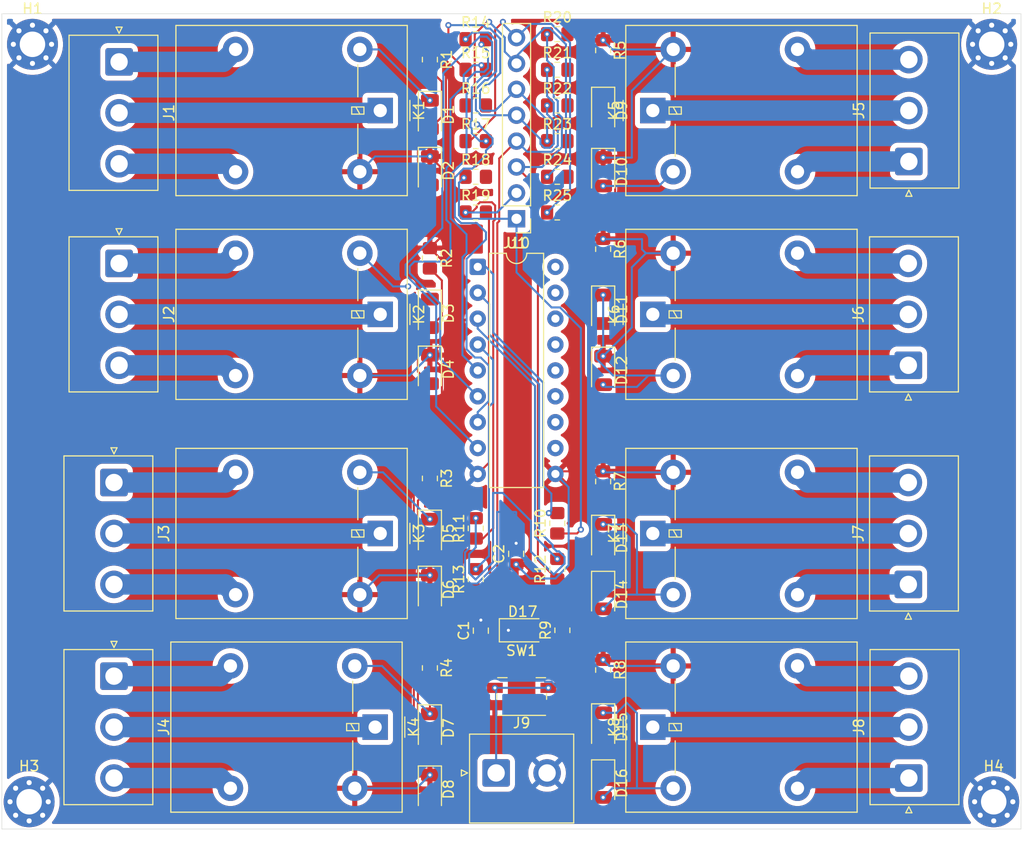
<source format=kicad_pcb>
(kicad_pcb (version 20241229) (generator "pcbnew") (generator_version "9.0")
  (layers (0 "F.Cu" signal) (2 "B.Cu" signal) (13 "F.Paste" user) (15 "B.Paste" user) (5 "F.SilkS" user "F.Silkscreen") (7 "B.SilkS" user "B.Silkscreen") (1 "F.Mask" user) (3 "B.Mask" user) (25 "Edge.Cuts" user))
  (net 0 "")
  (net 1 "VCC")
  (net 2 "GND")
  (net 3 "Net-(D1-K)")
  (net 4 "Net-(D1-A)")
  (net 5 "Net-(D3-K)")
  (net 6 "Net-(D3-A)")
  (net 7 "Net-(D5-K)")
  (net 8 "Net-(D5-A)")
  (net 9 "Net-(D7-K)")
  (net 10 "Net-(D7-A)")
  (net 11 "Net-(D10-A)")
  (net 12 "Net-(D9-A)")
  (net 13 "Net-(D11-A)")
  (net 14 "Net-(D11-K)")
  (net 15 "Net-(D13-K)")
  (net 16 "Net-(D13-A)")
  (net 17 "Net-(D15-A)")
  (net 18 "Net-(D15-K)")
  (net 19 "Net-(D17-A)")
  (net 20 "Net-(J1-Pin_1)")
  (net 21 "Net-(J1-Pin_3)")
  (net 22 "Net-(J1-Pin_2)")
  (net 23 "Net-(J2-Pin_2)")
  (net 24 "Net-(J2-Pin_1)")
  (net 25 "Net-(J2-Pin_3)")
  (net 26 "Net-(J3-Pin_3)")
  (net 27 "Net-(J3-Pin_2)")
  (net 28 "Net-(J3-Pin_1)")
  (net 29 "Net-(J4-Pin_1)")
  (net 30 "Net-(J4-Pin_3)")
  (net 31 "Net-(J4-Pin_2)")
  (net 32 "Net-(J5-Pin_3)")
  (net 33 "Net-(J5-Pin_1)")
  (net 34 "Net-(J5-Pin_2)")
  (net 35 "Net-(J6-Pin_3)")
  (net 36 "Net-(J6-Pin_1)")
  (net 37 "Net-(J6-Pin_2)")
  (net 38 "Net-(J7-Pin_2)")
  (net 39 "Net-(J7-Pin_3)")
  (net 40 "Net-(J7-Pin_1)")
  (net 41 "Net-(J8-Pin_2)")
  (net 42 "Net-(J8-Pin_3)")
  (net 43 "Net-(J8-Pin_1)")
  (net 44 "Net-(J9-Pin_1)")
  (net 45 "Net-(J10-Pin_6)")
  (net 46 "Net-(J10-Pin_3)")
  (net 47 "Net-(J10-Pin_2)")
  (net 48 "Net-(J10-Pin_1)")
  (net 49 "Net-(J10-Pin_8)")
  (net 50 "Net-(J10-Pin_5)")
  (net 51 "Net-(J10-Pin_7)")
  (net 52 "Net-(J10-Pin_4)")
  (net 53 "Net-(U1-I1)")
  (net 54 "Net-(U1-I2)")
  (net 55 "Net-(U1-I3)")
  (net 56 "Net-(U1-I4)")
  (net 57 "Net-(U1-I5)")
  (net 58 "Net-(U1-I6)")
  (net 59 "Net-(U1-I7)")
  (net 60 "Net-(U1-I8)")
  (footprint "MountingHole:MountingHole_2.5mm_Pad_Via" (layer "F.Cu") (at 196.010825 136.705825)
    (property "Reference" "H4")
    (property "Value" "~")
  )
  (footprint "LED_SMD:LED_1206_3216Metric" (layer "F.Cu") (at 140.685 69.28 -90)
    (property "Reference" "D1")
    (property "Value" "LED")
  )
  (footprint "Resistor_SMD:R_0805_2012Metric_Pad1.20x1.40mm_HandSolder" (layer "F.Cu") (at 153.185 75.38)
    (property "Reference" "R24")
    (property "Value" "10k")
  )
  (footprint "Connector_JST:JST_NV_B03P-NV_1x03_P5.00mm_Vertical" (layer "F.Cu") (at 187.635 93.88 90)
    (property "Reference" "J6")
    (property "Value" "~")
  )
  (footprint "Relay_THT:Relay_SPDT_Omron-G5LE-1" (layer "F.Cu") (at 162.5575 129.38 90)
    (property "Reference" "K8")
    (property "Value" "G5LE-1")
  )
  (footprint "LED_SMD:LED_1206_3216Metric" (layer "F.Cu") (at 140.685 110.38 -90)
    (property "Reference" "D5")
    (property "Value" "LED")
  )
  (footprint "Diode_SMD:D_1206_3216Metric" (layer "F.Cu") (at 140.685 115.88 -90)
    (property "Reference" "D6")
    (property "Value" "D")
  )
  (footprint "LED_SMD:LED_1206_3216Metric" (layer "F.Cu") (at 157.685 88.38 -90)
    (property "Reference" "D11")
    (property "Value" "LED")
  )
  (footprint "Resistor_SMD:R_0805_2012Metric_Pad1.20x1.40mm_HandSolder" (layer "F.Cu") (at 153.185 113.88 90)
    (property "Reference" "R12")
    (property "Value" "10k")
  )
  (footprint "LED_SMD:LED_1206_3216Metric" (layer "F.Cu") (at 140.685 88.78 -90)
    (property "Reference" "D3")
    (property "Value" "LED")
  )
  (footprint "Connector_JST:JST_NV_B03P-NV_1x03_P5.00mm_Vertical" (layer "F.Cu") (at 187.635 115.38 90)
    (property "Reference" "J7")
    (property "Value" "~")
  )
  (footprint "Resistor_SMD:R_0805_2012Metric_Pad1.20x1.40mm_HandSolder" (layer "F.Cu") (at 145.185 68.38)
    (property "Reference" "R16")
    (property "Value" "10k")
  )
  (footprint "LED_SMD:LED_1206_3216Metric" (layer "F.Cu") (at 140.685 129.48 -90)
    (property "Reference" "D7")
    (property "Value" "LED")
  )
  (footprint "Resistor_SMD:R_0805_2012Metric_Pad1.20x1.40mm_HandSolder" (layer "F.Cu") (at 145.185 61.88)
    (property "Reference" "R14")
    (property "Value" "10k" (hide yes))
  )
  (footprint "MountingHole:MountingHole_2.5mm_Pad_Via" (layer "F.Cu") (at 101.359175 136.705825)
    (property "Reference" "H3")
    (property "Value" "~")
  )
  (footprint "Resistor_SMD:R_0805_2012Metric_Pad1.20x1.40mm_HandSolder" (layer "F.Cu") (at 140.685 83.38 -90)
    (property "Reference" "R2")
    (property "Value" "680E")
  )
  (footprint "MountingHole:MountingHole_2.5mm_Pad_Via" (layer "F.Cu") (at 195.81 62.38)
    (property "Reference" "H2")
    (property "Value" "~")
  )
  (footprint "Capacitor_SMD:C_0805_2012Metric_Pad1.18x1.45mm_HandSolder" (layer "F.Cu") (at 149.1475 112.38 90)
    (property "Reference" "C2")
    (property "Value" "100nF")
  )
  (footprint "Connector_JST:JST_NV_B03P-NV_1x03_P5.00mm_Vertical" (layer "F.Cu") (at 109.685 105.38 -90)
    (property "Reference" "J3")
    (property "Value" "~")
  )
  (footprint "Resistor_SMD:R_0805_2012Metric_Pad1.20x1.40mm_HandSolder" (layer "F.Cu") (at 145.185 78.88)
    (property "Reference" "R19")
    (property "Value" "10k")
  )
  (footprint "Resistor_SMD:R_0805_2012Metric_Pad1.20x1.40mm_HandSolder" (layer "F.Cu") (at 157.685 123.78 -90)
    (property "Reference" "R8")
    (property "Value" "680E")
  )
  (footprint "Relay_THT:Relay_SPDT_Omron-G5LE-1" (layer "F.Cu") (at 135.8125 68.88 -90)
    (property "Reference" "K1")
    (property "Value" "G5LE-1")
  )
  (footprint "Diode_SMD:D_1206_3216Metric" (layer "F.Cu") (at 157.685 116.38 -90)
    (property "Reference" "D14")
    (property "Value" "D")
  )
  (footprint "LED_SMD:LED_1206_3216Metric" (layer "F.Cu") (at 157.685 68.88 -90)
    (property "Reference" "D9")
    (property "Value" "LED")
  )
  (footprint "Resistor_SMD:R_0805_2012Metric_Pad1.20x1.40mm_HandSolder" (layer "F.Cu") (at 153.185 61.38)
    (property "Reference" "R20")
    (property "Value" "10k")
  )
  (footprint "Connector_JST:JST_NV_B03P-NV_1x03_P5.00mm_Vertical" (layer "F.Cu") (at 110.185 64.1025 -90)
    (property "Reference" "J1")
    (property "Value" "~")
  )
  (footprint "Package_DIP:DIP-18_W7.62mm" (layer "F.Cu") (at 145.38 84.22)
    (property "Reference" "U1")
    (property "Value" "ULN2803A")
  )
  (footprint "Resistor_SMD:R_0805_2012Metric_Pad1.20x1.40mm_HandSolder" (layer "F.Cu") (at 153.185 71.88)
    (property "Reference" "R23")
    (property "Value" "10k")
  )
  (footprint "LED_SMD:LED_1206_3216Metric" (layer "F.Cu") (at 149.785 119.88)
    (property "Reference" "D17")
    (property "Value" "LED")
  )
  (footprint "Resistor_SMD:R_0805_2012Metric_Pad1.20x1.40mm_HandSolder" (layer "F.Cu") (at 145.185 109.88 90)
    (property "Reference" "R11")
    (property "Value" "10k")
  )
  (footprint "Resistor_SMD:R_0805_2012Metric_Pad1.20x1.40mm_HandSolder" (layer "F.Cu") (at 145.185 71.88)
    (property "Reference" "R17")
    (property "Value" "10k")
  )
  (footprint "Capacitor_SMD:C_0805_2012Metric_Pad1.18x1.45mm_HandSolder" (layer "F.Cu") (at 145.685 119.9175 90)
    (property "Reference" "C1")
    (property "Value" "100nF")
  )
  (footprint "Resistor_SMD:R_0805_2012Metric_Pad1.20x1.40mm_HandSolder" (layer "F.Cu") (at 145.185 64.88)
    (property "Reference" "R15")
    (property "Value" "10k")
  )
  (footprint "Resistor_SMD:R_0805_2012Metric_Pad1.20x1.40mm_HandSolder" (layer "F.Cu") (at 157.685 105.28 -90)
    (property "Reference" "R7")
    (property "Value" "680E")
  )
  (footprint "Connector_JST:JST_NV_B03P-NV_1x03_P5.00mm_Vertical" (layer "F.Cu") (at 187.685 134.38 90)
    (property "Reference" "J8")
    (property "Value" "~")
  )
  (footprint "LED_SMD:LED_1206_3216Metric" (layer "F.Cu") (at 157.685 110.88 -90)
    (property "Reference" "D13")
    (property "Value" "LED")
  )
  (footprint "Relay_THT:Relay_SPDT_Omron-G5LE-1" (layer "F.Cu") (at 162.5575 88.88 90)
    (property "Reference" "K6")
    (property "Value" "G5LE-1")
  )
  (footprint "Relay_THT:Relay_SPDT_Omron-G5LE-1" (layer "F.Cu") (at 162.5575 110.38 90)
    (property "Reference" "K7")
    (property "Value" "G5LE-1")
  )
  (footprint "Diode_SMD:D_1206_3216Metric" (layer "F.Cu") (at 140.685 94.28 -90)
    (property "Reference" "D4")
    (property "Value" "D")
  )
  (footprint "Resistor_SMD:R_0805_2012Metric_Pad1.20x1.40mm_HandSolder" (layer "F.Cu") (at 145.185 114.88 90)
    (property "Reference" "R13")
    (property "Value" "10k")
  )
  (footprint "Resistor_SMD:R_0805_2012Metric_Pad1.20x1.40mm_HandSolder" (layer "F.Cu") (at 157.685 62.98 -90)
    (property "Reference" "R5")
    (property "Value" "680E")
  )
  (footprint "MountingHole:MountingHole_2.5mm_Pad_Via" (layer "F.Cu") (at 101.685 62.38)
    (property "Reference" "H1")
    (property "Value" "~")
  )
  (footprint "Diode_SMD:D_1206_3216Metric" (layer "F.Cu") (at 140.685 74.78 -90)
    (property "Reference" "D2")
    (property "Value" "D")
  )
  (footprint "Diode_SMD:D_1206_3216Metric" (layer "F.Cu") (at 157.685 74.88 -90)
    (property "Reference" "D10")
    (property "Value" "D")
  )
  (footprint "Connector_JST:JST_NV_B03P-NV_1x03_P5.00mm_Vertical" (layer "F.Cu") (at 110.185 83.88 -90)
    (property "Reference" "J2")
    (property "Value" "~")
  )
  (footprint "Relay_THT:Relay_SPDT_Omron-G5LE-1" (layer "F.Cu") (at 162.5575 68.88 90)
    (property "Reference" "K5")
    (property "Value" "G5LE-1")
  )
  (footprint "Diode_SMD:D_1206_3216Metric" (layer "F.Cu") (at 157.685 94.38 -90)
    (property "Reference" "D12")
    (property "Value" "D")
  )
  (footprint "Resistor_SMD:R_0805_2012Metric_Pad1.20x1.40mm_HandSolder" (layer "F.Cu") (at 153.185 68.38)
    (property "Reference" "R22")
    (property "Value" "10k")
  )
  (footprint "Resistor_SMD:R_0805_2012Metric_Pad1.20x1.40mm_HandSolder" (layer "F.Cu") (at 140.685 104.98 -90)
    (property "Reference" "R3")
    (property "Value" "680E")
  )
  (footprint "Resistor_SMD:R_0805_2012Metric_Pad1.20x1.40mm_HandSolder" (layer "F.Cu") (at 153.185 64.88)
    (property "Reference" "R21")
    (property "Value" "10k")
  )
  (footprint "Connector_JST:JST_NV_B03P-NV_1x03_P5.00mm_Vertical" (layer "F.Cu") (at 187.685 73.88 90)
    (property "Reference" "J5")
    (property "Value" "~")
  )
  (footprint "Connector_JST:JST_NV_B02P-NV_1x02_P5.00mm_Vertical" (layer "F.Cu") (at 147.185 133.88)
    (property "Reference" "J9")
    (property "Value" "power")
  )
  (footprint "Resistor_SMD:R_0805_2012Metric_Pad1.20x1.40mm_HandSolder" (layer "F.Cu") (at 153.185 109.38 90)
    (property "Reference" "R10")
    (property "Value" "10k")
  )
  (footprint "Resistor_SMD:R_0805_2012Metric_Pad1.20x1.40mm_HandSolder" (layer "F.Cu") (at 145.185 75.38)
    (property "Reference" "R18")
    (property "Value" "10k")
  )
  (footprint "Relay_THT:Relay_SPDT_Omron-G5LE-1" (layer "F.Cu") (at 135.8125 110.38 -90)
    (property "Reference" "K3")
    (property "Value" "G5LE-1")
  )
  (footprint "Resistor_SMD:R_0805_2012Metric_Pad1.20x1.40mm_HandSolder" (layer "F.Cu") (at 140.685 63.88 -90)
    (property "Reference" "R1")
    (property "Value" "680E")
  )
  (footprint "Diode_SMD:D_1206_3216Metric" (layer "F.Cu") (at 157.685 134.88 -90)
    (property "Reference" "D16")
    (property "Value" "D")
  )
  (footprint "Resistor_SMD:R_0805_2012Metric_Pad1.20x1.40mm_HandSolder" (layer "F.Cu") (at 153.685 119.88 90)
    (property "Reference" "R9")
    (property "Value" "680E")
  )
  (footprint "Connector_JST:JST_NV_B03P-NV_1x03_P5.00mm_Vertical" (layer "F.Cu") (at 109.685 124.38 -90)
    (property "Reference" "J4")
    (property "Value" "~")
  )
  (footprint "Relay_THT:Relay_SPDT_Omron-G5LE-1" (layer "F.Cu") (at 135.3125 129.38 -90)
    (property "Reference" "K4")
    (property "Value" "G5LE-1")
  )
  (footprint "LED_SMD:LED_1206_3216Metric" (layer "F.Cu") (at 157.685 129.38 -90)
    (property "Reference" "D15")
    (property "Value" "LED")
  )
  (footprint "Resistor_SMD:R_0805_2012Metric_Pad1.20x1.40mm_HandSolder" (layer "F.Cu") (at 153.185 78.88)
    (property "Reference" "R25")
    (property "Value" "10k")
  )
  (footprint "Diode_SMD:D_1206_3216Metric" (layer "F.Cu") (at 140.685 135.48 -90)
    (property "Reference" "D8")
    (property "Value" "D")
  )
  (footprint "Connector_PinHeader_2.54mm:PinHeader_1x08_P2.54mm_Vertical" (layer "F.Cu") (at 149.185 79.5 180)
    (property "Reference" "J10")
    (property "Value" "8 pin input")
  )
  (footprint "Button_Switch_SMD:Panasonic_EVQPUJ_EVQPUA" (layer "F.Cu") (at 149.685 126.38)
    (property "Reference" "SW1")
    (property "Value" "SW_SPST")
  )
  (footprint "Resistor_SMD:R_0805_2012Metric_Pad1.20x1.40mm_HandSolder" (layer "F.Cu") (at 157.685 82.48 -90)
    (property "Reference" "R6")
    (property "Value" "680E")
  )
  (footprint "Resistor_SMD:R_0805_2012Metric_Pad1.20x1.40mm_HandSolder" (layer "F.Cu") (at 140.685 123.58 -90)
    (property "Reference" "R4")
    (property "Value" "680E")
  )
  (footprint "Relay_THT:Relay_SPDT_Omron-G5LE-1" (layer "F.Cu") (at 135.8125 88.88 -90)
    (property "Reference" "K2")
    (property "Value" "G5LE-1")
  )
  (gr_line (start 98.685 59.38) (end 98.685 139.38) (stroke (width 0.05)) (layer "Edge.Cuts"))
  (gr_line (start 98.685 59.38) (end 198.685 59.38) (stroke (width 0.05)) (layer "Edge.Cuts"))
  (gr_line (start 198.685 59.38) (end 198.685 139.38) (stroke (width 0.05)) (layer "Edge.Cuts"))
  (gr_line (start 98.685 139.38) (end 198.685 139.38) (stroke (width 0.05)) (layer "Edge.Cuts"))
  (segment (start 152.985 120.88) (end 152.4 120.295) (width 0.2) (layer "F.Cu") (net 1))
  (segment (start 152.4 120.281) (end 152.9 119.781) (width 0.2) (layer "F.Cu") (net 1))
  (segment (start 159 102.965) (end 157.685 104.28) (width 0.2) (layer "F.Cu") (net 1))
  (segment (start 157.685 73.48) (end 158.861 74.656) (width 0.2) (layer "F.Cu") (net 1))
  (segment (start 139.985 122.58) (end 139.109 123.456) (width 0.2) (layer "F.Cu") (net 1))
  (segment (start 153.685 120.88) (end 152.985 120.88) (width 0.2) (layer "F.Cu") (net 1))
  (segment (start 139.509 121.404) (end 139.509 115.656) (width 0.2) (layer "F.Cu") (net 1))
  (segment (start 152.31 127.23) (end 147.06 127.23) (width 0.2) (layer "F.Cu") (net 1))
  (segment (start 149.8725 113.4175) (end 149.1475 113.4175) (width 0.2) (layer "F.Cu") (net 1))
  (segment (start 145.786 121.056) (end 153.509 121.056) (width 0.2) (layer "F.Cu") (net 1))
  (segment (start 139.109 123.456) (end 139.109 133.379) (width 0.2) (layer "F.Cu") (net 1))
  (segment (start 145.685 125.855) (end 145.685 120.955) (width 0.2) (layer "F.Cu") (net 1))
  (segment (start 157.685 114.98) (end 159.5 113.165) (width 0.2) (layer "F.Cu") (net 1))
  (segment (start 153.26 104.28) (end 153 104.54) (width 0.2) (layer "F.Cu") (net 1))
  (segment (start 145.685 120.955) (end 142.31 120.955) (width 0.2) (layer "F.Cu") (net 1))
  (segment (start 140.186 105.079) (end 139.99984 105.079) (width 0.2) (layer "F.Cu") (net 1))
  (segment (start 139.108 105.97084) (end 139.108 109.75626) (width 0.2) (layer "F.Cu") (net 1))
  (segment (start 139.509 114.179) (end 139.81 114.48) (width 0.2) (layer "F.Cu") (net 1))
  (segment (start 140.685 103.98) (end 140.685 104.58) (width 0.2) (layer "F.Cu") (net 1))
  (segment (start 141.56 73.38) (end 140.685 73.38) (width 0.2) (layer "F.Cu") (net 1))
  (segment (start 158.861 74.656) (end 158.861 80.304) (width 0.2) (layer "F.Cu") (net 1))
  (segment (start 157.685 92.98) (end 159 94.295) (width 0.2) (layer "F.Cu") (net 1))
  (segment (start 141.385 62.88) (end 142.261 63.756) (width 0.2) (layer "F.Cu") (net 1))
  (segment (start 147.06 127.23) (end 145.685 125.855) (width 0.2) (layer "F.Cu") (net 1))
  (segment (start 139.509 115.656) (end 140.685 114.48) (width 0.2) (layer "F.Cu") (net 1))
  (segment (start 154.686 118.29484) (end 152.4 116.00884) (width 0.2) (layer "F.Cu") (net 1))
  (segment (start 140.685 82.38) (end 144.279 85.974) (width 0.2) (layer "F.Cu") (net 1))
  (segment (start 153.685 120.88) (end 155.785 120.88) (width 0.2) (layer "F.Cu") (net 1))
  (segment (start 157.685 132.605) (end 152.31 127.23) (width 0.2) (layer "F.Cu") (net 1))
  (segment (start 154.686 119.46516) (end 154.686 118.29484) (width 0.2) (layer "F.Cu") (net 1))
  (segment (start 140.685 122.58) (end 139.985 122.58) (width 0.2) (layer "F.Cu") (net 1))
  (segment (start 152.4 115.945) (end 149.8725 113.4175) (width 0.2) (layer "F.Cu") (net 1))
  (segment (start 142.5 75.195) (end 142.5 80.565) (width 0.2) (layer "F.Cu") (net 1))
  (segment (start 152.9 119.781) (end 154.37016 119.781) (width 0.2) (layer "F.Cu") (net 1))
  (segment (start 152.4 120.295) (end 152.4 120.281) (width 0.2) (layer "F.Cu") (net 1))
  (segment (start 139.81 114.48) (end 140.685 114.48) (width 0.2) (layer "F.Cu") (net 1))
  (segment (start 157.685 133.48) (end 157.685 132.605) (width 0.2) (layer "F.Cu") (net 1))
  (segment (start 152.4 116.00884) (end 152.4 115.945) (width 0.2) (layer "F.Cu") (net 1))
  (segment (start 140.685 62.88) (end 141.385 62.88) (width 0.2) (layer "F.Cu") (net 1))
  (segment (start 142.261 72.679) (end 141.56 73.38) (width 0.2) (layer "F.Cu") (net 1))
  (segment (start 159.5 106.095) (end 157.685 104.28) (width 0.2) (layer "F.Cu") (net 1))
  (segment (start 141.861 94.056) (end 140.685 92.88) (width 0.2) (layer "F.Cu") (net 1))
  (segment (start 153.509 121.056) (end 153.685 120.88) (width 0.2) (layer "F.Cu") (net 1))
  (segment (start 139.108 109.75626) (end 139.509 110.15726) (width 0.2) (layer "F.Cu") (net 1))
  (segment (start 144.279 85.974) (end 144.279 89.286) (width 0.2) (layer "F.Cu") (net 1))
  (segment (start 141.861 102.804) (end 141.861 94.056) (width 0.2) (layer "F.Cu") (net 1))
  (segment (start 157.685 104.28) (end 153.26 104.28) (width 0.2) (layer "F.Cu") (net 1))
  (segment (start 140.685 122.58) (end 139.509 121.404) (width 0.2) (layer "F.Cu") (net 1))
  (segment (start 145.685 120.955) (end 145.786 121.056) (width 0.2) (layer "F.Cu") (net 1))
  (segment (start 155.785 120.88) (end 157.685 122.78) (width 0.2) (layer "F.Cu") (net 1))
  (segment (start 139.99984 105.079) (end 139.108 105.97084) (width 0.2) (layer "F.Cu") (net 1))
  (segment (start 159 94.295) (end 159 102.965) (width 0.2) (layer "F.Cu") (net 1))
  (segment (start 139.81 134.08) (end 140.685 134.08) (width 0.2) (layer "F.Cu") (net 1))
  (segment (start 139.509 110.15726) (end 139.509 114.179) (width 0.2) (layer "F.Cu") (net 1))
  (segment (start 140.685 73.38) (end 142.5 75.195) (width 0.2) (layer "F.Cu") (net 1))
  (segment (start 140.685 103.98) (end 141.861 102.804) (width 0.2) (layer "F.Cu") (net 1))
  (segment (start 154.37016 119.781) (end 154.686 119.46516) (width 0.2) (layer "F.Cu") (net 1))
  (segment (start 142.31 120.955) (end 140.685 122.58) (width 0.2) (layer "F.Cu") (net 1))
  (segment (start 142.261 63.756) (end 142.261 72.679) (width 0.2) (layer "F.Cu") (net 1))
  (segment (start 139.109 133.379) (end 139.81 134.08) (width 0.2) (layer "F.Cu") (net 1))
  (segment (start 140.685 104.58) (end 140.186 105.079) (width 0.2) (layer "F.Cu") (net 1))
  (segment (start 159.5 113.165) (end 159.5 106.095) (width 0.2) (layer "F.Cu") (net 1))
  (segment (start 158.861 80.304) (end 157.685 81.48) (width 0.2) (layer "F.Cu") (net 1))
  (segment (start 142.5 80.565) (end 140.685 82.38) (width 0.2) (layer "F.Cu") (net 1))
  (segment (start 144.279 89.286) (end 140.685 92.88) (width 0.2) (layer "F.Cu") (net 1))
  (via (at 149.1475 113.4175) (size 0.6) (drill 0.3) (layers "F.Cu" "B.Cu") (net 1))
  (via (at 140.685 134.08) (size 0.6) (drill 0.3) (layers "F.Cu" "B.Cu") (net 1))
  (via (at 157.685 122.78) (size 0.6) (drill 0.3) (layers "F.Cu" "B.Cu") (net 1))
  (via (at 157.685 104.28) (size 0.6) (drill 0.3) (layers "F.Cu" "B.Cu") (net 1))
  (via (at 140.685 73.38) (size 0.6) (drill 0.3) (layers "F.Cu" "B.Cu") (net 1))
  (via (at 157.685 73.48) (size 0.6) (drill 0.3) (layers "F.Cu" "B.Cu") (net 1))
  (via (at 157.685 61.98) (size 0.6) (drill 0.3) (layers "F.Cu" "B.Cu") (net 1))
  (via (at 140.685 92.88) (size 0.6) (drill 0.3) (layers "F.Cu" "B.Cu") (net 1))
  (via (at 157.685 92.98) (size 0.6) (drill 0.3) (layers "F.Cu" "B.Cu") (net 1))
  (via (at 140.685 114.48) (size 0.6) (drill 0.3) (layers "F.Cu" "B.Cu") (net 1))
  (via (at 157.685 81.48) (size 0.6) (drill 0.3) (layers "F.Cu" "B.Cu") (net 1))
  (segment (start 164.5575 62.88) (end 160.5 66.9375) (width 0.2) (layer "B.Cu") (net 1))
  (segment (start 135.7125 114.48) (end 140.685 114.48) (width 0.2) (layer "B.Cu") (net 1))
  (segment (start 160.5 73.5) (end 157.705 73.5) (width 0.2) (layer "B.Cu") (net 1))
  (segment (start 161.5 82.5) (end 161.5 81.5) (width 0.2) (layer "B.Cu") (net 1))
  (segment (start 135.3125 73.38) (end 140.685 73.38) (width 0.2) (layer "B.Cu") (net 1))
  (segment (start 158.585 62.88) (end 157.685 61.98) (width 0.2) (layer "B.Cu") (net 1))
  (segment (start 153.000414 114.801) (end 150.531 114.801) (width 0.2) (layer "B.Cu") (net 1))
  (segment (start 160.5 90.165) (end 157.685 92.98) (width 0.2) (layer "B.Cu") (net 1))
  (segment (start 158.285 123.38) (end 157.685 122.78) (width 0.2) (layer "B.Cu") (net 1))
  (segment (start 160.5 84.26) (end 160.5 90.165) (width 0.2) (layer "B.Cu") (net 1))
  (segment (start 164.5575 123.38) (end 158.285 123.38) (width 0.2) (layer "B.Cu") (net 1))
  (segment (start 160.5 66.9375) (end 160.5 73.5) (width 0.2) (layer "B.Cu") (net 1))
  (segment (start 161.88 82.88) (end 160.5 84.26) (width 0.2) (layer "B.Cu") (net 1))
  (segment (start 157.705 73.5) (end 157.685 73.48) (width 0.2) (layer "B.Cu") (net 1))
  (segment (start 154.301 113.500414) (end 153.000414 114.801) (width 0.2) (layer "B.Cu") (net 1))
  (segment (start 153 104.54) (end 154.301 105.841) (width 0.2) (layer "B.Cu") (net 1))
  (segment (start 133.3125 135.38) (end 139.385 135.38) (width 0.2) (layer "B.Cu") (net 1))
  (segment (start 150.531 114.801) (end 149.1475 113.4175) (width 0.2) (layer "B.Cu") (net 1))
  (segment (start 161.88 82.88) (end 161.5 82.5) (width 0.2) (layer "B.Cu") (net 1))
  (segment (start 161.5 81.5) (end 157.705 81.5) (width 0.2) (layer "B.Cu") (net 1))
  (segment (start 138.685 94.88) (end 140.685 92.88) (width 0.2) (layer "B.Cu") (net 1))
  (segment (start 164.5575 82.88) (end 161.88 82.88) (width 0.2) (layer "B.Cu") (net 1))
  (segment (start 164.5575 62.88) (end 158.585 62.88) (width 0.2) (layer "B.Cu") (net 1))
  (segment (start 133.8125 94.88) (end 138.685 94.88) (width 0.2) (layer "B.Cu") (net 1))
  (segment (start 133.8125 74.88) (end 135.3125 73.38) (width 0.2) (layer "B.Cu") (net 1))
  (segment (start 164.5575 104.38) (end 157.785 104.38) (width 0.2) (layer "B.Cu") (net 1))
  (segment (start 157.785 104.38) (end 157.685 104.28) (width 0.2) (layer "B.Cu") (net 1))
  (segment (start 139.385 135.38) (end 140.685 134.08) (width 0.2) (layer "B.Cu") (net 1))
  (segment (start 157.705 81.5) (end 157.685 81.48) (width 0.2) (layer "B.Cu") (net 1))
  (segment (start 133.8125 116.38) (end 135.7125 114.48) (width 0.2) (layer "B.Cu") (net 1))
  (segment (start 154.301 105.841) (end 154.301 113.500414) (width 0.2) (layer "B.Cu") (net 1))
  (segment (start 146.38 118.88) (end 147.38 119.88) (width 0.2) (layer "F.Cu") (net 2))
  (segment (start 145.685 118.88) (end 146.38 118.88) (width 0.2) (layer "F.Cu") (net 2))
  (segment (start 147.38 119.88) (end 148.385 119.88) (width 0.2) (layer "F.Cu") (net 2))
  (segment (start 146.481 103.439) (end 146.481 79.176) (width 0.2) (layer "F.Cu") (net 2))
  (segment (start 145.38 104.54) (end 146.481 103.439) (width 0.2) (layer "F.Cu") (net 2))
  (segment (start 146.481 79.176) (end 146.185 78.88) (width 0.2) (layer "F.Cu") (net 2))
  (via (at 148.385 119.88) (size 0.6) (drill 0.3) (layers "F.Cu" "B.Cu") (net 2))
  (via (at 145.685 118.88) (size 0.6) (drill 0.3) (layers "F.Cu" "B.Cu") (net 2))
  (via (at 149.1475 111.3425) (size 0.6) (drill 0.3) (layers "F.Cu" "B.Cu") (net 2))
  (segment (start 147.281 108.269239) (end 147.281 113.350372) (width 0.2) (layer "B.Cu") (net 2))
  (segment (start 153.535 132.53) (end 153.535 125.835761) (width 0.2) (layer "B.Cu") (net 2))
  (segment (start 149.109239 108.269239) (end 147.281 108.269239) (width 0.2) (layer "B.Cu") (net 2))
  (segment (start 146.41 118.88) (end 149.1475 116.1425) (width 0.2) (layer "B.Cu") (net 2))
  (segment (start 144.535 111.833628) (end 144.535 105.385) (width 0.2) (layer "B.Cu") (net 2))
  (segment (start 152.626776 124.927537) (end 151.993223 124.927537) (width 0.2) (layer "B.Cu") (net 2))
  (segment (start 145.685 118.88) (end 146.41 118.88) (width 0.2) (layer "B.Cu") (net 2))
  (segment (start 153.535 125.835761) (end 152.626776 124.927537) (width 0.2) (layer "B.Cu") (net 2))
  (segment (start 148.4975 113.686739) (end 148.4975 111.9925) (width 0.2) (layer "B.Cu") (net 2))
  (segment (start 151.993223 124.927537) (end 148.385 121.319314) (width 0.2) (layer "B.Cu") (net 2))
  (segment (start 149.1475 116.1425) (end 149.1475 114.336739) (width 0.2) (layer "B.Cu") (net 2))
  (segment (start 147.281 113.350372) (end 145.331371 115.3) (width 0.2) (layer "B.Cu") (net 2))
  (segment (start 144.135 114.766372) (end 144.135 112.233628) (width 0.2) (layer "B.Cu") (net 2))
  (segment (start 149.1475 108.3075) (end 149.109239 108.269239) (width 0.2) (layer "B.Cu") (net 2))
  (segment (start 145.331371 115.3) (end 144.668628 115.3) (width 0.2) (layer "B.Cu") (net 2))
  (segment (start 149.1475 114.336739) (end 148.4975 113.686739) (width 0.2) (layer "B.Cu") (net 2))
  (segment (start 148.4975 111.9925) (end 149.1475 111.3425) (width 0.2) (layer "B.Cu") (net 2))
  (segment (start 144.535 105.385) (end 145.38 104.54) (width 0.2) (layer "B.Cu") (net 2))
  (segment (start 144.668628 115.3) (end 144.135 114.766372) (width 0.2) (layer "B.Cu") (net 2))
  (segment (start 149.1475 111.3425) (end 149.1475 108.3075) (width 0.2) (layer "B.Cu") (net 2))
  (segment (start 148.385 121.319314) (end 148.385 119.88) (width 0.2) (layer "B.Cu") (net 2))
  (segment (start 152.185 133.88) (end 153.535 132.53) (width 0.2) (layer "B.Cu") (net 2))
  (segment (start 144.135 112.233628) (end 144.535 111.833628) (width 0.2) (layer "B.Cu") (net 2))
  (segment (start 139.509 69.056) (end 140.685 67.88) (width 0.2) (layer "F.Cu") (net 3))
  (segment (start 139.509 75.004) (end 139.509 69.056) (width 0.2) (layer "F.Cu") (net 3))
  (segment (start 140.685 76.18) (end 139.509 75.004) (width 0.2) (layer "F.Cu") (net 3))
  (via (at 140.685 67.88) (size 0.6) (drill 0.3) (layers "F.Cu" "B.Cu") (net 3))
  (segment (start 133.8125 62.88) (end 135.685 62.88) (width 0.2) (layer "B.Cu") (net 3))
  (segment (start 135.685 62.88) (end 140.685 67.88) (width 0.2) (layer "B.Cu") (net 3))
  (segment (start 140.685 70.68) (end 141.861 69.504) (width 0.2) (layer "F.Cu") (net 4))
  (segment (start 141.861 66.056) (end 140.685 64.88) (width 0.2) (layer "F.Cu") (net 4))
  (segment (start 141.861 69.504) (end 141.861 66.056) (width 0.2) (layer "F.Cu") (net 4))
  (segment (start 139.509 88.556) (end 140.685 87.38) (width 0.2) (layer "F.Cu") (net 5))
  (segment (start 140.685 95.68) (end 139.509 94.504) (width 0.2) (layer "F.Cu") (net 5))
  (segment (start 139.509 94.504) (end 139.509 88.556) (width 0.2) (layer "F.Cu") (net 5))
  (via (at 138.55 86.137421) (size 0.6) (drill 0.3) (layers "F.Cu" "B.Cu") (net 5))
  (segment (start 133.8125 82.88) (end 137.069921 86.137421) (width 0.2) (layer "B.Cu") (net 5))
  (segment (start 137.069921 86.137421) (end 138.55 86.137421) (width 0.2) (layer "B.Cu") (net 5))
  (segment (start 141.861 85.556) (end 140.685 84.38) (width 0.2) (layer "F.Cu") (net 6))
  (segment (start 140.685 90.18) (end 141.861 89.004) (width 0.2) (layer "F.Cu") (net 6))
  (segment (start 141.861 89.004) (end 141.861 85.556) (width 0.2) (layer "F.Cu") (net 6))
  (segment (start 141.56 108.98) (end 140.685 108.98) (width 0.2) (layer "F.Cu") (net 7))
  (segment (start 141.9 109.32) (end 141.56 108.98) (width 0.2) (layer "F.Cu") (net 7))
  (segment (start 140.685 117.28) (end 141.56 117.28) (width 0.2) (layer "F.Cu") (net 7))
  (segment (start 141.9 116.94) (end 141.9 109.32) (width 0.2) (layer "F.Cu") (net 7))
  (segment (start 141.56 117.28) (end 141.9 116.94) (width 0.2) (layer "F.Cu") (net 7))
  (via (at 140.685 108.98) (size 0.6) (drill 0.3) (layers "F.Cu" "B.Cu") (net 7))
  (segment (start 133.8125 104.38) (end 136.085 104.38) (width 0.2) (layer "B.Cu") (net 7))
  (segment (start 136.085 104.38) (end 140.685 108.98) (width 0.2) (layer "B.Cu") (net 7))
  (segment (start 140.685 110.76616) (end 139.509 109.59016) (width 0.2) (layer "F.Cu") (net 8))
  (segment (start 139.509 109.59016) (end 139.509 107.156) (width 0.2) (layer "F.Cu") (net 8))
  (segment (start 140.685 111.78) (end 140.685 110.76616) (width 0.2) (layer "F.Cu") (net 8))
  (segment (start 139.509 107.156) (end 140.685 105.98) (width 0.2) (layer "F.Cu") (net 8))
  (segment (start 141.9 136.54) (end 141.9 130.230686) (width 0.2) (layer "F.Cu") (net 9))
  (segment (start 140.685 136.88) (end 141.56 136.88) (width 0.2) (layer "F.Cu") (net 9))
  (segment (start 141.56 136.88) (end 141.9 136.54) (width 0.2) (layer "F.Cu") (net 9))
  (segment (start 141.9 130.230686) (end 142.4 129.730686) (width 0.2) (layer "F.Cu") (net 9))
  (segment (start 141.834315 125.1) (end 140.685 126.249315) (width 0.2) (layer "F.Cu") (net 9))
  (segment (start 142.165685 125.1) (end 141.834315 125.1) (width 0.2) (layer "F.Cu") (net 9))
  (segment (start 140.685 126.249315) (end 140.685 128.08) (width 0.2) (layer "F.Cu") (net 9))
  (segment (start 142.4 125.334315) (end 142.165685 125.1) (width 0.2) (layer "F.Cu") (net 9))
  (segment (start 142.4 129.730686) (end 142.4 125.334315) (width 0.2) (layer "F.Cu") (net 9))
  (via (at 140.685 128.08) (size 0.6) (drill 0.3) (layers "F.Cu" "B.Cu") (net 9))
  (segment (start 133.3125 123.38) (end 135.985 123.38) (width 0.2) (layer "B.Cu") (net 9))
  (segment (start 135.985 123.38) (end 140.685 128.08) (width 0.2) (layer "B.Cu") (net 9))
  (segment (start 139.509 129.704) (end 139.509 125.756) (width 0.2) (layer "F.Cu") (net 10))
  (segment (start 140.685 130.88) (end 139.509 129.704) (width 0.2) (layer "F.Cu") (net 10))
  (segment (start 139.509 125.756) (end 140.685 124.58) (width 0.2) (layer "F.Cu") (net 10))
  (segment (start 156.509 75.104) (end 157.685 76.28) (width 0.2) (layer "F.Cu") (net 11))
  (segment (start 156.509 68.656) (end 156.509 75.104) (width 0.2) (layer "F.Cu") (net 11))
  (segment (start 157.685 67.48) (end 156.509 68.656) (width 0.2) (layer "F.Cu") (net 11))
  (via (at 157.685 76.28) (size 0.6) (drill 0.3) (layers "F.Cu" "B.Cu") (net 11))
  (segment (start 164.5575 74.88) (end 163.1575 76.28) (width 0.2) (layer "B.Cu") (net 11))
  (segment (start 163.1575 76.28) (end 157.685 76.28) (width 0.2) (layer "B.Cu") (net 11))
  (segment (start 158.861 65.156) (end 158.861 69.104) (width 0.2) (layer "F.Cu") (net 12))
  (segment (start 157.685 63.98) (end 158.861 65.156) (width 0.2) (layer "F.Cu") (net 12))
  (segment (start 158.861 69.104) (end 157.685 70.28) (width 0.2) (layer "F.Cu") (net 12))
  (segment (start 157.685 83.48) (end 158.861 84.656) (width 0.2) (layer "F.Cu") (net 13))
  (segment (start 158.861 84.656) (end 158.861 88.604) (width 0.2) (layer "F.Cu") (net 13))
  (segment (start 158.861 88.604) (end 157.685 89.78) (width 0.2) (layer "F.Cu") (net 13))
  (segment (start 156.509 94.604) (end 156.509 88.156) (width 0.2) (layer "F.Cu") (net 14))
  (segment (start 157.685 95.78) (end 156.509 94.604) (width 0.2) (layer "F.Cu") (net 14))
  (segment (start 156.509 88.156) (end 157.685 86.98) (width 0.2) (layer "F.Cu") (net 14))
  (via (at 157.685 95.78) (size 0.6) (drill 0.3) (layers "F.Cu" "B.Cu") (net 14))
  (via (at 157.685 86.98) (size 0.6) (drill 0.3) (layers "F.Cu" "B.Cu") (net 14))
  (segment (start 162.12 94.88) (end 161 96) (width 0.2) (layer "B.Cu") (net 14))
  (segment (start 157.685 92.060761) (end 157.685 86.98) (width 0.2) (layer "B.Cu") (net 14))
  (segment (start 161 96) (end 157.905 96) (width 0.2) (layer "B.Cu") (net 14))
  (segment (start 157.035 92.710761) (end 157.685 92.060761) (width 0.2) (layer "B.Cu") (net 14))
  (segment (start 164.5575 94.88) (end 162.12 94.88) (width 0.2) (layer "B.Cu") (net 14))
  (segment (start 157.905 96) (end 157.685 95.78) (width 0.2) (layer "B.Cu") (net 14))
  (segment (start 164.5575 94.88) (end 158.665761 94.88) (width 0.2) (layer "B.Cu") (net 14))
  (segment (start 157.035 93.249239) (end 157.035 92.710761) (width 0.2) (layer "B.Cu") (net 14))
  (segment (start 158.665761 94.88) (end 157.035 93.249239) (width 0.2) (layer "B.Cu") (net 14))
  (via (at 157.685 109.48) (size 0.6) (drill 0.3) (layers "F.Cu" "B.Cu") (net 15))
  (via (at 157.685 117.78) (size 0.6) (drill 0.3) (layers "F.Cu" "B.Cu") (net 15))
  (segment (start 161 116.38) (end 159.085 116.38) (width 0.2) (layer "B.Cu") (net 15))
  (segment (start 161 116.38) (end 161 110.5) (width 0.2) (layer "B.Cu") (net 15))
  (segment (start 161 110.5) (end 160 109.5) (width 0.2) (layer "B.Cu") (net 15))
  (segment (start 160 109.5) (end 157.705 109.5) (width 0.2) (layer "B.Cu") (net 15))
  (segment (start 157.705 109.5) (end 157.685 109.48) (width 0.2) (layer "B.Cu") (net 15))
  (segment (start 159.085 116.38) (end 157.685 117.78) (width 0.2) (layer "B.Cu") (net 15))
  (segment (start 164.5575 116.38) (end 161 116.38) (width 0.2) (layer "B.Cu") (net 15))
  (via (at 157.685 127.98) (size 0.6) (drill 0.3) (layers "F.Cu" "B.Cu") (net 18))
  (via (at 157.685 136.28) (size 0.6) (drill 0.3) (layers "F.Cu" "B.Cu") (net 18))
  (segment (start 159.02 127.98) (end 157.685 127.98) (width 0.2) (layer "B.Cu") (net 18))
  (segment (start 164.5575 135.38) (end 161 135.38) (width 0.2) (layer "B.Cu") (net 18))
  (segment (start 161 135.38) (end 158.585 135.38) (width 0.2) (layer "B.Cu") (net 18))
  (segment (start 160 127) (end 159.02 127.98) (width 0.2) (layer "B.Cu") (net 18))
  (segment (start 161 135.38) (end 161 128) (width 0.2) (layer "B.Cu") (net 18))
  (segment (start 161 128) (end 160 127) (width 0.2) (layer "B.Cu") (net 18))
  (segment (start 158.585 135.38) (end 157.685 136.28) (width 0.2) (layer "B.Cu") (net 18))
  (segment (start 151.185 119.88) (end 152.185 118.88) (width 0.2) (layer "F.Cu") (net 19))
  (segment (start 152.185 118.88) (end 153.685 118.88) (width 0.2) (layer "F.Cu") (net 19))
  (segment (start 120.39 64.1025) (end 121.6125 62.88) (width 2) (layer "B.Cu") (net 20))
  (segment (start 110.185 64.1025) (end 120.39 64.1025) (width 2) (layer "B.Cu") (net 20))
  (segment (start 110.185 74.1025) (end 120.835 74.1025) (width 2) (layer "B.Cu") (net 21))
  (segment (start 120.835 74.1025) (end 121.6125 74.88) (width 2) (layer "B.Cu") (net 21))
  (segment (start 110.185 69.1025) (end 135.59 69.1025) (width 2) (layer "B.Cu") (net 22))
  (segment (start 135.59 69.1025) (end 135.8125 68.88) (width 2) (layer "B.Cu") (net 22))
  (segment (start 110.185 88.88) (end 135.8125 88.88) (width 2) (layer "B.Cu") (net 23))
  (segment (start 110.185 83.88) (end 120.6125 83.88) (width 2) (layer "B.Cu") (net 24))
  (segment (start 120.6125 83.88) (end 121.6125 82.88) (width 2) (layer "B.Cu") (net 24))
  (segment (start 110.185 93.88) (end 120.6125 93.88) (width 2) (layer "B.Cu") (net 25))
  (segment (start 120.6125 93.88) (end 121.6125 94.88) (width 2) (layer "B.Cu") (net 25))
  (segment (start 109.685 115.38) (end 120.6125 115.38) (width 2) (layer "B.Cu") (net 26))
  (segment (start 120.6125 115.38) (end 121.6125 116.38) (width 2) (layer "B.Cu") (net 26))
  (segment (start 109.685 110.38) (end 135.8125 110.38) (width 2) (layer "B.Cu") (net 27))
  (segment (start 109.685 105.38) (end 120.6125 105.38) (width 2) (layer "B.Cu") (net 28))
  (segment (start 120.6125 105.38) (end 121.6125 104.38) (width 2) (layer "B.Cu") (net 28))
  (segment (start 109.685 124.38) (end 120.1125 124.38) (width 2) (layer "B.Cu") (net 29))
  (segment (start 120.1125 124.38) (end 121.1125 123.38) (width 2) (layer "B.Cu") (net 29))
  (segment (start 120.1125 134.38) (end 121.1125 135.38) (width 2) (layer "B.Cu") (net 30))
  (segment (start 109.685 134.38) (end 120.1125 134.38) (width 2) (layer "B.Cu") (net 30))
  (segment (start 109.685 129.38) (end 135.3125 129.38) (width 2) (layer "B.Cu") (net 31))
  (segment (start 187.685 63.88) (end 177.7575 63.88) (width 2) (layer "B.Cu") (net 32))
  (segment (start 177.7575 63.88) (end 176.7575 62.88) (width 2) (layer "B.Cu") (net 32))
  (segment (start 177.7575 73.88) (end 176.7575 74.88) (width 2) (layer "B.Cu") (net 33))
  (segment (start 187.685 73.88) (end 177.7575 73.88) (width 2) (layer "B.Cu") (net 33))
  (segment (start 187.685 68.88) (end 162.5575 68.88) (width 2) (layer "B.Cu") (net 34))
  (segment (start 177.7575 83.88) (end 176.7575 82.88) (width 2) (layer "B.Cu") (net 35))
  (segment (start 187.635 83.88) (end 177.7575 83.88) (width 2) (layer "B.Cu") (net 35))
  (segment (start 187.635 93.88) (end 177.7575 93.88) (width 2) (layer "B.Cu") (net 36))
  (segment (start 177.7575 93.88) (end 176.7575 94.88) (width 2) (layer "B.Cu") (net 36))
  (segment (start 187.635 88.88) (end 162.5575 88.88) (width 2) (layer "B.Cu") (net 37))
  (segment (start 187.635 110.38) (end 162.5575 110.38) (width 2) (layer "B.Cu") (net 38))
  (segment (start 177.7575 105.38) (end 176.7575 104.38) (width 2) (layer "B.Cu") (net 39))
  (segment (start 187.635 105.38) (end 177.7575 105.38) (width 2) (layer "B.Cu") (net 39))
  (segment (start 177.7575 115.38) (end 176.7575 116.38) (width 2) (layer "B.Cu") (net 40))
  (segment (start 187.635 115.38) (end 177.7575 115.38) (width 2) (layer "B.Cu") (net 40))
  (segment (start 187.685 129.38) (end 162.5575 129.38) (width 2) (layer "B.Cu") (net 41))
  (segment (start 177.7575 124.38) (end 176.7575 123.38) (width 2) (layer "B.Cu") (net 42))
  (segment (start 187.685 124.38) (end 177.7575 124.38) (width 2) (layer "B.Cu") (net 42))
  (segment (start 177.7575 134.38) (end 176.7575 135.38) (width 2) (layer "B.Cu") (net 43))
  (segment (start 187.685 134.38) (end 177.7575 134.38) (width 2) (layer "B.Cu") (net 43))
  (via (at 152.31 125.53) (size 0.6) (drill 0.3) (layers "F.Cu" "B.Cu") (net 44))
  (via (at 147.06 125.53) (size 0.6) (drill 0.3) (layers "F.Cu" "B.Cu") (net 44))
  (segment (start 147.06 125.53) (end 152.31 125.53) (width 0.2) (layer "B.Cu") (net 44))
  (segment (start 147.185 133.88) (end 147.185 125.655) (width 0.2) (layer "B.Cu") (net 44))
  (segment (start 147.185 125.655) (end 147.06 125.53) (width 0.2) (layer "B.Cu") (net 44))
  (segment (start 142.5 60.5) (end 142.5 63.195) (width 0.2) (layer "F.Cu") (net 45))
  (segment (start 142.5 63.195) (end 144.185 64.88) (width 0.2) (layer "F.Cu") (net 45))
  (via (at 142.5 60.5) (size 0.6) (drill 0.3) (layers "F.Cu" "B.Cu") (net 45))
  (via (at 152.185 71.88) (size 0.6) (drill 0.3) (layers "F.Cu" "B.Cu") (net 45))
  (segment (start 145.834315 68.9) (end 145.6 68.665685) (width 0.2) (layer "B.Cu") (net 45))
  (segment (start 147.085 68.9) (end 145.834315 68.9) (width 0.2) (layer "B.Cu") (net 45))
  (segment (start 145.90076 60.5) (end 142.5 60.5) (width 0.2) (layer "B.Cu") (net 45))
  (segment (start 146.250628 66.284907) (end 146.502295 66.284907) (width 0.2) (layer "B.Cu") (net 45))
  (segment (start 145.6 68.665685) (end 145.6 66.935535) (width 0.2) (layer "B.Cu") (net 45))
  (segment (start 146.230761 60.83) (end 145.90076 60.5) (width 0.2) (layer "B.Cu") (net 45))
  (segment (start 147.586 61.831687) (end 146.584313 60.83) (width 0.2) (layer "B.Cu") (net 45))
  (segment (start 145.6 66.935535) (end 146.250628 66.284907) (width 0.2) (layer "B.Cu") (net 45))
  (segment (start 146.502295 66.284907) (end 147.586 65.201202) (width 0.2) (layer "B.Cu") (net 45))
  (segment (start 152.185 69.8) (end 152.185 71.88) (width 0.2) (layer "B.Cu") (net 45))
  (segment (start 149.185 66.8) (end 147.085 68.9) (width 0.2) (layer "B.Cu") (net 45))
  (segment (start 147.586 65.201202) (end 147.586 61.831687) (width 0.2) (layer "B.Cu") (net 45))
  (segment (start 149.185 66.8) (end 152.185 69.8) (width 0.2) (layer "B.Cu") (net 45))
  (segment (start 146.584313 60.83) (end 146.230761 60.83) (width 0.2) (layer "B.Cu") (net 45))
  (segment (start 151.284 76.519) (end 149.185 74.42) (width 0.2) (layer "F.Cu") (net 46))
  (segment (start 151.284 112.979) (end 151.284 76.519) (width 0.2) (layer "F.Cu") (net 46))
  (segment (start 153.185 114.88) (end 151.284 112.979) (width 0.2) (layer "F.Cu") (net 46))
  (via (at 152.185 61.38) (size 0.6) (drill 0.3) (layers "F.Cu" "B.Cu") (net 46))
  (segment (start 153.635 72.480609) (end 153.635 69.552943) (width 0.2) (layer "B.Cu") (net 46))
  (segment (start 153.235 67.945075) (end 152.835 67.545075) (width 0.2) (layer "B.Cu") (net 46))
  (segment (start 149.185 74.42) (end 151.69561 74.42) (width 0.2) (layer "B.Cu") (net 46))
  (segment (start 153.235 69.152943) (end 153.235 67.945075) (width 0.2) (layer "B.Cu") (net 46))
  (segment (start 152.835 67.545075) (end 152.835 64.610761) (width 0.2) (layer "B.Cu") (net 46))
  (segment (start 153.635 69.552943) (end 153.235 69.152943) (width 0.2) (layer "B.Cu") (net 46))
  (segment (start 152.185 63.960761) (end 152.185 61.38) (width 0.2) (layer "B.Cu") (net 46))
  (segment (start 151.69561 74.42) (end 153.635 72.480609) (width 0.2) (layer "B.Cu") (net 46))
  (segment (start 152.835 64.610761) (end 152.185 63.960761) (width 0.2) (layer "B.Cu") (net 46))
  (segment (start 146.9 109.865) (end 146.9 79.75116) (width 0.2) (layer "F.Cu") (net 47))
  (segment (start 145.885 110.88) (end 146.9 109.865) (width 0.2) (layer "F.Cu") (net 47))
  (segment (start 146.9 79.75116) (end 147.086 79.56516) (width 0.2) (layer "F.Cu") (net 47))
  (segment (start 147.086 79.56516) (end 147.086 78.19484) (width 0.2) (layer "F.Cu") (net 47))
  (segment (start 145.284 78.19484) (end 145.284 78.381) (width 0.2) (layer "F.Cu") (net 47))
  (segment (start 145.59984 77.879) (end 145.284 78.19484) (width 0.2) (layer "F.Cu") (net 47))
  (segment (start 146.77016 77.879) (end 145.59984 77.879) (width 0.2) (layer "F.Cu") (net 47))
  (segment (start 145.284 78.381) (end 144.785 78.88) (width 0.2) (layer "F.Cu") (net 47))
  (segment (start 145.185 110.88) (end 145.885 110.88) (width 0.2) (layer "F.Cu") (net 47))
  (segment (start 144.785 78.88) (end 144.185 78.88) (width 0.2) (layer "F.Cu") (net 47))
  (segment (start 147.086 78.19484) (end 146.77016 77.879) (width 0.2) (layer "F.Cu") (net 47))
  (via (at 144.185 78.88) (size 0.6) (drill 0.3) (layers "F.Cu" "B.Cu") (net 47))
  (segment (start 147.265 78.88) (end 144.185 78.88) (width 0.2) (layer "B.Cu") (net 47))
  (segment (start 149.185 76.96) (end 147.265 78.88) (width 0.2) (layer "B.Cu") (net 47))
  (segment (start 155.12 110.38) (end 153.185 110.38) (width 0.2) (layer "F.Cu") (net 48))
  (segment (start 155.5 110) (end 155.12 110.38) (width 0.2) (layer "F.Cu") (net 48))
  (via (at 155.5 110) (size 0.6) (drill 0.3) (layers "F.Cu" "B.Cu") (net 48))
  (via (at 144.014 75.477961) (size 0.6) (drill 0.3) (layers "F.Cu" "B.Cu") (net 48))
  (segment (start 143.535 79.149239) (end 143.535 75.956961) (width 0.2) (layer "B.Cu") (net 48))
  (segment (start 155.5 90.24295) (end 155.5 110) (width 0.2) (layer "B.Cu") (net 48))
  (segment (start 149.185 84.760786) (end 152.623214 88.199) (width 0.2) (layer "B.Cu") (net 48))
  (segment (start 143.535 75.956961) (end 144.014 75.477961) (width 0.2) (layer "B.Cu") (net 48))
  (segment (start 149.185 79.5) (end 149.185 84.760786) (width 0.2) (layer "B.Cu") (net 48))
  (segment (start 149.185 79.5) (end 143.885761 79.5) (width 0.2) (layer "B.Cu") (net 48))
  (segment (start 152.623214 88.199) (end 153.45605 88.199) (width 0.2) (layer "B.Cu") (net 48))
  (segment (start 143.885761 79.5) (end 143.535 79.149239) (width 0.2) (layer "B.Cu") (net 48))
  (segment (start 153.45605 88.199) (end 155.5 90.24295) (width 0.2) (layer "B.Cu") (net 48))
  (segment (start 144.185 71.88) (end 144.59884 71.88) (width 0.2) (layer "F.Cu") (net 49))
  (segment (start 147.086 69.39284) (end 147.086 60.944003) (width 0.2) (layer "F.Cu") (net 49))
  (segment (start 147.086 60.944003) (end 147.850003 60.18) (width 0.2) (layer "F.Cu") (net 49))
  (segment (start 144.59884 71.88) (end 147.086 69.39284) (width 0.2) (layer "F.Cu") (net 49))
  (via (at 152.185 78.88) (size 0.6) (drill 0.3) (layers "F.Cu" "B.Cu") (net 49))
  (via (at 147.850003 60.18) (size 0.6) (drill 0.3) (layers "F.Cu" "B.Cu") (net 49))
  (segment (start 154.437 62.214957) (end 154.437 76.628) (width 0.2) (layer "B.Cu") (net 49))
  (segment (start 147.850003 60.385003) (end 147.850003 60.18) (width 0.2) (layer "B.Cu") (net 49))
  (segment (start 149.185 61.72) (end 150.527 60.378) (width 0.2) (layer "B.Cu") (net 49))
  (segment (start 150.527 60.378) (end 152.600043 60.378) (width 0.2) (layer "B.Cu") (net 49))
  (segment (start 154.437 76.628) (end 152.185 78.88) (width 0.2) (layer "B.Cu") (net 49))
  (segment (start 149.185 61.72) (end 147.850003 60.385003) (width 0.2) (layer "B.Cu") (net 49))
  (segment (start 152.600043 60.378) (end 154.437 62.214957) (width 0.2) (layer "B.Cu") (net 49))
  (via (at 144.185 61.88) (size 0.6) (drill 0.3) (layers "F.Cu" "B.Cu") (net 50))
  (via (at 152.185 68.38) (size 0.6) (drill 0.3) (layers "F.Cu" "B.Cu") (net 50))
  (segment (start 152.835 69.884314) (end 152.185 69.234314) (width 0.2) (layer "B.Cu") (net 50))
  (segment (start 145.2 68.83137) (end 145.2 66.76985) (width 0.2) (layer "B.Cu") (net 50))
  (segment (start 146.336609 65.884907) (end 147.186 65.035517) (width 0.2) (layer "B.Cu") (net 50))
  (segment (start 152.835 72.149239) (end 152.835 69.884314) (width 0.2) (layer "B.Cu") (net 50))
  (segment (start 149.185 69.34) (end 151.535 71.69) (width 0.2) (layer "B.Cu") (net 50))
  (segment (start 152.454239 72.53) (end 152.835 72.149239) (width 0.2) (layer "B.Cu") (net 50))
  (segment (start 151.535 72.149239) (end 151.915761 72.53) (width 0.2) (layer "B.Cu") (net 50))
  (segment (start 151.915761 72.53) (end 152.454239 72.53) (width 0.2) (layer "B.Cu") (net 50))
  (segment (start 152.185 69.234314) (end 152.185 68.38) (width 0.2) (layer "B.Cu") (net 50))
  (segment (start 146.418628 61.23) (end 144.835 61.23) (width 0.2) (layer "B.Cu") (net 50))
  (segment (start 147.186 61.997372) (end 146.418628 61.23) (width 0.2) (layer "B.Cu") (net 50))
  (segment (start 144.835 61.23) (end 144.185 61.88) (width 0.2) (layer "B.Cu") (net 50))
  (segment (start 145.70863 69.34) (end 145.2 68.83137) (width 0.2) (layer "B.Cu") (net 50))
  (segment (start 151.535 71.69) (end 151.535 72.149239) (width 0.2) (layer "B.Cu") (net 50))
  (segment (start 146.084944 65.884906) (end 146.336609 65.884907) (width 0.2) (layer "B.Cu") (net 50))
  (segment (start 145.2 66.76985) (end 146.084944 65.884906) (width 0.2) (layer "B.Cu") (net 50))
  (segment (start 147.186 65.035517) (end 147.186 61.997372) (width 0.2) (layer "B.Cu") (net 50))
  (segment (start 149.185 69.34) (end 145.70863 69.34) (width 0.2) (layer "B.Cu") (net 50))
  (segment (start 145.086 67.479) (end 144.185 68.38) (width 0.2) (layer "F.Cu") (net 51))
  (segment (start 146.29884 60.18) (end 145.086 61.39284) (width 0.2) (layer "F.Cu") (net 51))
  (segment (start 146.5 60.18) (end 146.29884 60.18) (width 0.2) (layer "F.Cu") (net 51))
  (segment (start 145.086 61.39284) (end 145.086 67.479) (width 0.2) (layer "F.Cu") (net 51))
  (via (at 152.185 75.38) (size 0.6) (drill 0.3) (layers "F.Cu" "B.Cu") (net 51))
  (via (at 146.5 60.18) (size 0.6) (drill 0.3) (layers "F.Cu" "B.Cu") (net 51))
  (segment (start 148.034 61.714) (end 146.5 60.18) (width 0.2) (layer "B.Cu") (net 51))
  (segment (start 149.185 64.26) (end 149.185 63.530057) (width 0.2) (layer "B.Cu") (net 51))
  (segment (start 154.036 62.381057) (end 154.036 73.529) (width 0.2) (layer "B.Cu") (net 51))
  (segment (start 149.185 63.530057) (end 151.936057 60.779) (width 0.2) (layer "B.Cu") (net 51))
  (segment (start 149.185 64.26) (end 148.034 63.109) (width 0.2) (layer "B.Cu") (net 51))
  (segment (start 148.034 63.109) (end 148.034 61.714) (width 0.2) (layer "B.Cu") (net 51))
  (segment (start 152.433943 60.779) (end 154.036 62.381057) (width 0.2) (layer "B.Cu") (net 51))
  (segment (start 154.036 73.529) (end 152.185 75.38) (width 0.2) (layer "B.Cu") (net 51))
  (segment (start 151.936057 60.779) (end 152.433943 60.779) (width 0.2) (layer "B.Cu") (net 51))
  (segment (start 147.3 114.465) (end 147.3 79.916846) (width 0.2) (layer "F.Cu") (net 52))
  (segment (start 145.885 115.88) (end 147.3 114.465) (width 0.2) (layer "F.Cu") (net 52))
  (segment (start 147.486 73.579) (end 149.185 71.88) (width 0.2) (layer "F.Cu") (net 52))
  (segment (start 147.486 79.730845) (end 147.486 73.579) (width 0.2) (layer "F.Cu") (net 52))
  (segment (start 145.185 115.88) (end 145.885 115.88) (width 0.2) (layer "F.Cu") (net 52))
  (segment (start 147.3 79.916846) (end 147.486 79.730845) (width 0.2) (layer "F.Cu") (net 52))
  (via (at 152.185 64.88) (size 0.6) (drill 0.3) (layers "F.Cu" "B.Cu") (net 52))
  (segment (start 152.835 68.110761) (end 152.185 67.460761) (width 0.2) (layer "B.Cu") (net 52))
  (segment (start 152.185 67.460761) (end 152.185 64.88) (width 0.2) (layer "B.Cu") (net 52))
  (segment (start 153.235 72.314924) (end 153.235 69.718629) (width 0.2) (layer "B.Cu") (net 52))
  (segment (start 152.619925 72.93) (end 153.235 72.314924) (width 0.2) (layer "B.Cu") (net 52))
  (segment (start 152.835 69.318629) (end 152.835 68.110761) (width 0.2) (layer "B.Cu") (net 52))
  (segment (start 150.235 72.93) (end 152.619925 72.93) (width 0.2) (layer "B.Cu") (net 52))
  (segment (start 153.235 69.718629) (end 152.835 69.318629) (width 0.2) (layer "B.Cu") (net 52))
  (segment (start 149.185 71.88) (end 150.235 72.93) (width 0.2) (layer "B.Cu") (net 52))
  (via (at 152.35 108.38) (size 0.6) (drill 0.3) (layers "F.Cu" "B.Cu") (net 53))
  (segment (start 151.8 95.57158) (end 151.8 105.668628) (width 0.2) (layer "B.Cu") (net 53))
  (segment (start 146.9 84.94) (end 146.9 90.671579) (width 0.2) (layer "B.Cu") (net 53))
  (segment (start 146.18 84.22) (end 146.9 84.94) (width 0.2) (layer "B.Cu") (net 53))
  (segment (start 152.6 106.468629) (end 152.6 108.13) (width 0.2) (layer "B.Cu") (net 53))
  (segment (start 146.9 90.671579) (end 151.8 95.57158) (width 0.2) (layer "B.Cu") (net 53))
  (segment (start 145.38 84.22) (end 146.18 84.22) (width 0.2) (layer "B.Cu") (net 53))
  (segment (start 151.8 105.668628) (end 152.6 106.468629) (width 0.2) (layer "B.Cu") (net 53))
  (segment (start 152.6 108.13) (end 152.35 108.38) (width 0.2) (layer "B.Cu") (net 53))
  (via (at 145.185 108.88) (size 0.6) (drill 0.3) (layers "F.Cu" "B.Cu") (net 54))
  (segment (start 153.12638 112.13) (end 153.354239 112.13) (width 0.2) (layer "B.Cu") (net 54))
  (segment (start 150.6 109.165686) (end 147.834314 106.4) (width 0.2) (layer "B.Cu") (net 54))
  (segment (start 144.535 112.399314) (end 145.185 111.749314) (width 0.2) (layer "B.Cu") (net 54))
  (segment (start 151.4 110.175761) (end 152.745619 111.52138) (width 0.2) (layer "B.Cu") (net 54))
  (segment (start 146.881 106.4) (end 146.881 113.184686) (width 0.2) (layer "B.Cu") (net 54))
  (segment (start 151.4 95.737265) (end 151.4 110.175761) (width 0.2) (layer "B.Cu") (net 54))
  (segment (start 152.745619 111.749239) (end 153.12638 112.13) (width 0.2) (layer "B.Cu") (net 54))
  (segment (start 153.9 113.334314) (end 152.834314 114.4) (width 0.2) (layer "B.Cu") (net 54))
  (segment (start 145.165686 114.9) (end 144.535 114.269314) (width 0.2) (layer "B.Cu") (net 54))
  (segment (start 152.745619 111.52138) (end 152.745619 111.749239) (width 0.2) (layer "B.Cu") (net 54))
  (segment (start 146.5 90.837264) (end 151.4 95.737265) (width 0.2) (layer "B.Cu") (net 54))
  (segment (start 145.185 111.749314) (end 145.185 108.88) (width 0.2) (layer "B.Cu") (net 54))
  (segment (start 146.5 87.88) (end 146.5 90.837264) (width 0.2) (layer "B.Cu") (net 54))
  (segment (start 153.354239 112.13) (end 153.9 112.675761) (width 0.2) (layer "B.Cu") (net 54))
  (segment (start 145.38 86.76) (end 146.5 87.88) (width 0.2) (layer "B.Cu") (net 54))
  (segment (start 144.535 114.269314) (end 144.535 112.399314) (width 0.2) (layer "B.Cu") (net 54))
  (segment (start 147.834314 106.4) (end 146.881 106.4) (width 0.2) (layer "B.Cu") (net 54))
  (segment (start 152.834314 114.4) (end 150.6 112.165685) (width 0.2) (layer "B.Cu") (net 54))
  (segment (start 146.881 113.184686) (end 145.165686 114.9) (width 0.2) (layer "B.Cu") (net 54))
  (segment (start 153.9 112.675761) (end 153.9 113.334314) (width 0.2) (layer "B.Cu") (net 54))
  (segment (start 150.6 112.165685) (end 150.6 109.165686) (width 0.2) (layer "B.Cu") (net 54))
  (via (at 153.185 112.88) (size 0.6) (drill 0.3) (layers "F.Cu" "B.Cu") (net 55))
  (segment (start 151 110.695) (end 153.185 112.88) (width 0.2) (layer "B.Cu") (net 55))
  (segment (start 145.38 90.28295) (end 151 95.90295) (width 0.2) (layer "B.Cu") (net 55))
  (segment (start 151 95.90295) (end 151 110.695) (width 0.2) (layer "B.Cu") (net 55))
  (segment (start 145.38 89.3) (end 145.38 90.28295) (width 0.2) (layer "B.Cu") (net 55))
  (via (at 145.185 113.88) (size 0.6) (drill 0.3) (layers "F.Cu" "B.Cu") (net 56))
  (segment (start 146.881 97.541736) (end 146.481 97.941736) (width 0.2) (layer "B.Cu") (net 56))
  (segment (start 146.481 112.584) (end 145.185 113.88) (width 0.2) (layer "B.Cu") (net 56))
  (segment (start 145.38 91.84) (end 146.881 93.341) (width 0.2) (layer "B.Cu") (net 56))
  (segment (start 146.481 97.941736) (end 146.481 112.584) (width 0.2) (layer "B.Cu") (net 56))
  (segment (start 146.881 93.341) (end 146.881 97.541736) (width 0.2) (layer "B.Cu") (net 56))
  (via (at 145.736 62.400482) (size 0.6) (drill 0.3) (layers "F.Cu" "B.Cu") (net 57))
  (segment (start 144.270258 70.674266) (end 144.270258 69.804417) (width 0.2) (layer "B.Cu") (net 57))
  (segment (start 144.4 67.162741) (end 144.4 65.834391) (width 0.2) (layer "B.Cu") (net 57))
  (segment (start 143.879 92.879) (end 143.879 83.269154) (width 0.2) (layer "B.Cu") (net 57))
  (segment (start 142.735 79.480609) (end 142.735 75.133629) (width 0.2) (layer "B.Cu") (net 57))
  (segment (start 144.279 70.683009) (end 144.270258 70.674266) (width 0.2) (layer "B.Cu") (net 57))
  (segment (start 144.279 73.589629) (end 144.279 70.683009) (width 0.2) (layer "B.Cu") (net 57))
  (segment (start 145.38 94.38) (end 143.879 92.879) (width 0.2) (layer "B.Cu") (net 57))
  (segment (start 144.279 69.795675) (end 144.279 67.283741) (width 0.2) (layer "B.Cu") (net 57))
  (segment (start 144.270258 69.804417) (end 144.279 69.795675) (width 0.2) (layer "B.Cu") (net 57))
  (segment (start 144.279 82.869154) (end 144.279 81.024609) (width 0.2) (layer "B.Cu") (net 57))
  (segment (start 146.386 63.050482) (end 145.736 62.400482) (width 0.2) (layer "B.Cu") (net 57))
  (segment (start 142.735 75.133629) (end 144.279 73.589629) (width 0.2) (layer "B.Cu") (net 57))
  (segment (start 145.149484 65.084907) (end 146.005239 65.084907) (width 0.2) (layer "B.Cu") (net 57))
  (segment (start 146.005239 65.084907) (end 146.386 64.704146) (width 0.2) (layer "B.Cu") (net 57))
  (segment (start 144.4 65.834391) (end 145.149484 65.084907) (width 0.2) (layer "B.Cu") (net 57))
  (segment (start 144.279 81.024609) (end 142.735 79.480609) (width 0.2) (layer "B.Cu") (net 57))
  (segment (start 144.279 67.283741) (end 144.4 67.162741) (width 0.2) (layer "B.Cu") (net 57))
  (segment (start 146.386 64.704146) (end 146.386 63.050482) (width 0.2) (layer "B.Cu") (net 57))
  (segment (start 143.879 83.269154) (end 144.279 82.869154) (width 0.2) (layer "B.Cu") (net 57))
  (via (at 145.736 64.434907) (size 0.6) (drill 0.3) (layers "F.Cu" "B.Cu") (net 58))
  (segment (start 144 65.370233) (end 144.935326 64.434907) (width 0.2) (layer "B.Cu") (net 58))
  (segment (start 141.7 93.24) (end 141.7 87.831371) (width 0.2) (layer "B.Cu") (net 58))
  (segment (start 142.300001 74.502942) (end 142.7 74.102944) (width 0.2) (layer "B.Cu") (net 58))
  (segment (start 142.7 80.011295) (end 142.300001 79.611296) (width 0.2) (layer "B.Cu") (net 58))
  (segment (start 141.7 87.831371) (end 138.7 84.831371) (width 0.2) (layer "B.Cu") (net 58))
  (segment (start 139.168629 83.7) (end 142.168628 83.7) (width 0.2) (layer "B.Cu") (net 58))
  (segment (start 138.7 84.831371) (end 138.7 84.168628) (width 0.2) (layer "B.Cu") (net 58))
  (segment (start 142.7 83.168628) (end 142.7 80.011295) (width 0.2) (layer "B.Cu") (net 58))
  (segment (start 142.7 67.765) (end 144 66.465) (width 0.2) (layer "B.Cu") (net 58))
  (segment (start 144 66.465) (end 144 65.370233) (width 0.2) (layer "B.Cu") (net 58))
  (segment (start 138.7 84.168628) (end 139.168629 83.7) (width 0.2) (layer "B.Cu") (net 58))
  (segment (start 142.168628 83.7) (end 142.7 83.168628) (width 0.2) (layer "B.Cu") (net 58))
  (segment (start 144.935326 64.434907) (end 145.736 64.434907) (width 0.2) (layer "B.Cu") (net 58))
  (segment (start 145.38 96.92) (end 141.7 93.24) (width 0.2) (layer "B.Cu") (net 58))
  (segment (start 142.7 74.102944) (end 142.7 67.765) (width 0.2) (layer "B.Cu") (net 58))
  (segment (start 142.300001 79.611296) (end 142.300001 74.502942) (width 0.2) (layer "B.Cu") (net 58))
  (via (at 145.320258 70.239342) (size 0.6) (drill 0.3) (layers "F.Cu" "B.Cu") (net 59))
  (segment (start 143.135 75.437722) (end 143.993722 74.579) (width 0.2) (layer "B.Cu") (net 59))
  (segment (start 144.855315 74.579) (end 146.185 73.249315) (width 0.2) (layer "B.Cu") (net 59))
  (segment (start 143.993722 74.579) (end 144.855315 74.579) (width 0.2) (layer "B.Cu") (net 59))
  (segment (start 146.185 80.81637) (end 145.29863 79.93) (width 0.2) (layer "B.Cu") (net 59))
  (segment (start 143.135 79.314924) (end 143.135 75.437722) (width 0.2) (layer "B.Cu") (net 59))
  (segment (start 145.29863 79.93) (end 143.750075 79.93) (width 0.2) (layer "B.Cu") (net 59))
  (segment (start 145.38 99.46) (end 145.38 98.475636) (width 0.2) (layer "B.Cu") (net 59))
  (segment (start 144.279 92.29605) (end 144.279 83.43484) (width 0.2) (layer "B.Cu") (net 59))
  (segment (start 145.463581 70.239342) (end 145.320258 70.239342) (width 0.2) (layer "B.Cu") (net 59))
  (segment (start 144.279 83.43484) (end 146.185 81.52884) (width 0.2) (layer "B.Cu") (net 59))
  (segment (start 145.09585 93.1129) (end 144.279 92.29605) (width 0.2) (layer "B.Cu") (net 59))
  (segment (start 146.185 72.799239) (end 146.835 72.149239) (width 0.2) (layer "B.Cu") (net 59))
  (segment (start 146.48 97.375636) (end 146.48 93.92295) (width 0.2) (layer "B.Cu") (net 59))
  (segment (start 145.66995 93.1129) (end 145.09585 93.1129) (width 0.2) (layer "B.Cu") (net 59))
  (segment (start 146.835 71.610761) (end 145.463581 70.239342) (width 0.2) (layer "B.Cu") (net 59))
  (segment (start 145.38 98.475636) (end 146.48 97.375636) (width 0.2) (layer "B.Cu") (net 59))
  (segment (start 146.185 81.52884) (end 146.185 80.81637) (width 0.2) (layer "B.Cu") (net 59))
  (segment (start 146.48 93.92295) (end 145.66995 93.1129) (width 0.2) (layer "B.Cu") (net 59))
  (segment (start 143.750075 79.93) (end 143.135 79.314924) (width 0.2) (layer "B.Cu") (net 59))
  (segment (start 146.185 73.249315) (end 146.185 72.799239) (width 0.2) (layer "B.Cu") (net 59))
  (segment (start 146.835 72.149239) (end 146.835 71.610761) (width 0.2) (layer "B.Cu") (net 59))
  (via (at 146.185 71.88) (size 0.6) (drill 0.3) (layers "F.Cu" "B.Cu") (net 60))
  (segment (start 144.8 71.095) (end 145.585 71.88) (width 0.2) (layer "B.Cu") (net 60))
  (segment (start 138.299 84.997471) (end 138.299 84.002528) (width 0.2) (layer "B.Cu") (net 60))
  (segment (start 145.585 71.88) (end 146.185 71.88) (width 0.2) (layer "B.Cu") (net 60))
  (segment (start 146.786 62.163058) (end 146.786 64.869832) (width 0.2) (layer "B.Cu") (net 60))
  (segment (start 141.900002 80.401526) (end 141.900002 74.337256) (width 0.2) (layer "B.Cu") (net 60))
  (segment (start 145.585057 61.63) (end 146.252942 61.63) (width 0.2) (layer "B.Cu") (net 60))
  (segment (start 138.299 84.002528) (end 141.900002 80.401526) (width 0.2) (layer "B.Cu") (net 60))
  (segment (start 141.299 87.997471) (end 138.299 84.997471) (width 0.2) (layer "B.Cu") (net 60))
  (segment (start 146.786 64.869832) (end 146.170924 65.484907) (width 0.2) (layer "B.Cu") (net 60))
  (segment (start 141.900002 74.337256) (end 142.002528 74.23473) (width 0.2) (layer "B.Cu") (net 60))
  (segment (start 141.299 97.919) (end 141.299 87.997471) (width 0.2) (layer "B.Cu") (net 60))
  (segment (start 144.670258 70.508581) (end 144.8 70.638323) (width 0.2) (layer "B.Cu") (net 60))
  (segment (start 144.8 69.840361) (end 144.670258 69.970103) (width 0.2) (layer "B.Cu") (net 60))
  (segment (start 144.8 70.638323) (end 144.8 71.095) (width 0.2) (layer "B.Cu") (net 60))
  (segment (start 146.252942 61.63) (end 146.786 62.163058) (width 0.2) (layer "B.Cu") (net 60))
  (segment (start 145.919257 65.484907) (end 144.8 66.604164) (width 0.2) (layer "B.Cu") (net 60))
  (segment (start 145.38 102) (end 141.299 97.919) (width 0.2) (layer "B.Cu") (net 60))
  (segment (start 142.002528 65.212529) (end 145.585057 61.63) (width 0.2) (layer "B.Cu") (net 60))
  (segment (start 144.670258 69.970103) (end 144.670258 70.508581) (width 0.2) (layer "B.Cu") (net 60))
  (segment (start 142.002528 74.23473) (end 142.002528 65.212529) (width 0.2) (layer "B.Cu") (net 60))
  (segment (start 144.8 66.604164) (end 144.8 69.840361) (width 0.2) (layer "B.Cu") (net 60))
  (segment (start 146.170924 65.484907) (end 145.919257 65.484907) (width 0.2) (layer "B.Cu") (net 60))
  (zone (net 1) (net_name "VCC") (layer "F.Cu") (priority 1) (connect_pads (clearance 0.5)) (min_thickness 0.25) (fill yes (thermal_gap 0.5) (thermal_bridge_width 0.5))
    (polygon (pts (xy 98.5 59.5) (xy 198.5 59.5) (xy 199 139.5) (xy 98.5 139.5)))
  )
  (zone (net 2) (net_name "GND") (layer "B.Cu") (connect_pads (clearance 0.5)) (min_thickness 0.25) (fill yes (thermal_gap 0.5) (thermal_bridge_width 0.5))
    (polygon (pts (xy 99 59.5) (xy 198.5 59.5) (xy 199 139.5) (xy 98.5 139.5)))
  )
)
</source>
